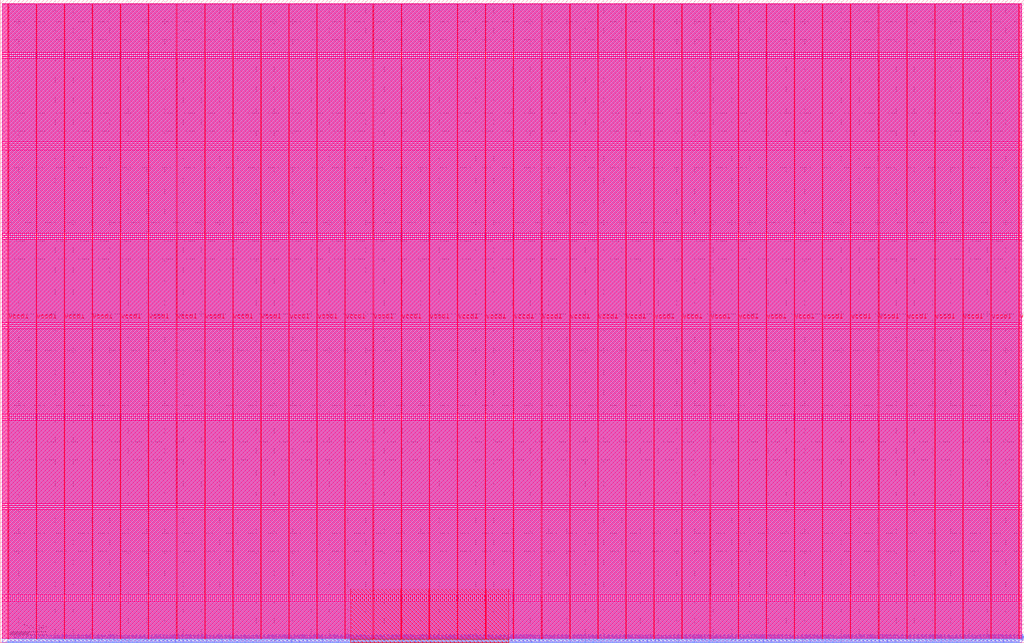
<source format=lef>
VERSION 5.7 ;
  NOWIREEXTENSIONATPIN ON ;
  DIVIDERCHAR "/" ;
  BUSBITCHARS "[]" ;
MACRO user_proj_example
  CLASS BLOCK ;
  FOREIGN user_proj_example ;
  ORIGIN 0.000 0.000 ;
  SIZE 2800.000 BY 1760.000 ;
  PIN la_data_in[0]
    DIRECTION INPUT ;
    USE SIGNAL ;
    ANTENNAGATEAREA 0.126000 ;
    PORT
      LAYER met2 ;
        RECT 56.210 0.000 56.490 4.000 ;
    END
  END la_data_in[0]
  PIN la_data_in[10]
    DIRECTION INPUT ;
    USE SIGNAL ;
    ANTENNAGATEAREA 0.126000 ;
    PORT
      LAYER met2 ;
        RECT 479.410 0.000 479.690 4.000 ;
    END
  END la_data_in[10]
  PIN la_data_in[11]
    DIRECTION INPUT ;
    USE SIGNAL ;
    ANTENNAGATEAREA 0.126000 ;
    PORT
      LAYER met2 ;
        RECT 521.730 0.000 522.010 4.000 ;
    END
  END la_data_in[11]
  PIN la_data_in[12]
    DIRECTION INPUT ;
    USE SIGNAL ;
    ANTENNAGATEAREA 0.126000 ;
    PORT
      LAYER met2 ;
        RECT 564.050 0.000 564.330 4.000 ;
    END
  END la_data_in[12]
  PIN la_data_in[13]
    DIRECTION INPUT ;
    USE SIGNAL ;
    ANTENNAGATEAREA 0.126000 ;
    PORT
      LAYER met2 ;
        RECT 606.370 0.000 606.650 4.000 ;
    END
  END la_data_in[13]
  PIN la_data_in[14]
    DIRECTION INPUT ;
    USE SIGNAL ;
    ANTENNAGATEAREA 0.126000 ;
    PORT
      LAYER met2 ;
        RECT 648.690 0.000 648.970 4.000 ;
    END
  END la_data_in[14]
  PIN la_data_in[15]
    DIRECTION INPUT ;
    USE SIGNAL ;
    ANTENNAGATEAREA 0.126000 ;
    PORT
      LAYER met2 ;
        RECT 691.010 0.000 691.290 4.000 ;
    END
  END la_data_in[15]
  PIN la_data_in[16]
    DIRECTION INPUT ;
    USE SIGNAL ;
    ANTENNAGATEAREA 0.126000 ;
    PORT
      LAYER met2 ;
        RECT 733.330 0.000 733.610 4.000 ;
    END
  END la_data_in[16]
  PIN la_data_in[17]
    DIRECTION INPUT ;
    USE SIGNAL ;
    ANTENNAGATEAREA 0.126000 ;
    PORT
      LAYER met2 ;
        RECT 775.650 0.000 775.930 4.000 ;
    END
  END la_data_in[17]
  PIN la_data_in[18]
    DIRECTION INPUT ;
    USE SIGNAL ;
    ANTENNAGATEAREA 0.126000 ;
    PORT
      LAYER met2 ;
        RECT 817.970 0.000 818.250 4.000 ;
    END
  END la_data_in[18]
  PIN la_data_in[19]
    DIRECTION INPUT ;
    USE SIGNAL ;
    ANTENNAGATEAREA 0.126000 ;
    PORT
      LAYER met2 ;
        RECT 860.290 0.000 860.570 4.000 ;
    END
  END la_data_in[19]
  PIN la_data_in[1]
    DIRECTION INPUT ;
    USE SIGNAL ;
    ANTENNAGATEAREA 0.126000 ;
    PORT
      LAYER met2 ;
        RECT 98.530 0.000 98.810 4.000 ;
    END
  END la_data_in[1]
  PIN la_data_in[20]
    DIRECTION INPUT ;
    USE SIGNAL ;
    ANTENNAGATEAREA 0.126000 ;
    PORT
      LAYER met2 ;
        RECT 902.610 0.000 902.890 4.000 ;
    END
  END la_data_in[20]
  PIN la_data_in[21]
    DIRECTION INPUT ;
    USE SIGNAL ;
    ANTENNAGATEAREA 0.126000 ;
    PORT
      LAYER met2 ;
        RECT 944.930 0.000 945.210 4.000 ;
    END
  END la_data_in[21]
  PIN la_data_in[22]
    DIRECTION INPUT ;
    USE SIGNAL ;
    ANTENNAGATEAREA 0.126000 ;
    PORT
      LAYER met2 ;
        RECT 987.250 0.000 987.530 4.000 ;
    END
  END la_data_in[22]
  PIN la_data_in[23]
    DIRECTION INPUT ;
    USE SIGNAL ;
    ANTENNAGATEAREA 0.126000 ;
    PORT
      LAYER met2 ;
        RECT 1029.570 0.000 1029.850 4.000 ;
    END
  END la_data_in[23]
  PIN la_data_in[24]
    DIRECTION INPUT ;
    USE SIGNAL ;
    ANTENNAGATEAREA 0.126000 ;
    PORT
      LAYER met2 ;
        RECT 1071.890 0.000 1072.170 4.000 ;
    END
  END la_data_in[24]
  PIN la_data_in[25]
    DIRECTION INPUT ;
    USE SIGNAL ;
    ANTENNAGATEAREA 0.126000 ;
    PORT
      LAYER met2 ;
        RECT 1114.210 0.000 1114.490 4.000 ;
    END
  END la_data_in[25]
  PIN la_data_in[26]
    DIRECTION INPUT ;
    USE SIGNAL ;
    ANTENNAGATEAREA 0.126000 ;
    PORT
      LAYER met2 ;
        RECT 1156.530 0.000 1156.810 4.000 ;
    END
  END la_data_in[26]
  PIN la_data_in[27]
    DIRECTION INPUT ;
    USE SIGNAL ;
    ANTENNAGATEAREA 0.126000 ;
    PORT
      LAYER met2 ;
        RECT 1198.850 0.000 1199.130 4.000 ;
    END
  END la_data_in[27]
  PIN la_data_in[28]
    DIRECTION INPUT ;
    USE SIGNAL ;
    ANTENNAGATEAREA 0.126000 ;
    PORT
      LAYER met2 ;
        RECT 1241.170 0.000 1241.450 4.000 ;
    END
  END la_data_in[28]
  PIN la_data_in[29]
    DIRECTION INPUT ;
    USE SIGNAL ;
    ANTENNAGATEAREA 0.126000 ;
    PORT
      LAYER met2 ;
        RECT 1283.490 0.000 1283.770 4.000 ;
    END
  END la_data_in[29]
  PIN la_data_in[2]
    DIRECTION INPUT ;
    USE SIGNAL ;
    ANTENNAGATEAREA 0.126000 ;
    PORT
      LAYER met2 ;
        RECT 140.850 0.000 141.130 4.000 ;
    END
  END la_data_in[2]
  PIN la_data_in[30]
    DIRECTION INPUT ;
    USE SIGNAL ;
    ANTENNAGATEAREA 0.126000 ;
    PORT
      LAYER met2 ;
        RECT 1325.810 0.000 1326.090 4.000 ;
    END
  END la_data_in[30]
  PIN la_data_in[31]
    DIRECTION INPUT ;
    USE SIGNAL ;
    ANTENNAGATEAREA 0.126000 ;
    PORT
      LAYER met2 ;
        RECT 1368.130 0.000 1368.410 4.000 ;
    END
  END la_data_in[31]
  PIN la_data_in[32]
    DIRECTION INPUT ;
    USE SIGNAL ;
    ANTENNAGATEAREA 0.126000 ;
    PORT
      LAYER met2 ;
        RECT 1410.450 0.000 1410.730 4.000 ;
    END
  END la_data_in[32]
  PIN la_data_in[33]
    DIRECTION INPUT ;
    USE SIGNAL ;
    ANTENNAGATEAREA 0.126000 ;
    PORT
      LAYER met2 ;
        RECT 1452.770 0.000 1453.050 4.000 ;
    END
  END la_data_in[33]
  PIN la_data_in[34]
    DIRECTION INPUT ;
    USE SIGNAL ;
    ANTENNAGATEAREA 0.126000 ;
    PORT
      LAYER met2 ;
        RECT 1473.930 0.000 1474.210 4.000 ;
    END
  END la_data_in[34]
  PIN la_data_in[35]
    DIRECTION INPUT ;
    USE SIGNAL ;
    ANTENNAGATEAREA 0.126000 ;
    PORT
      LAYER met2 ;
        RECT 1495.090 0.000 1495.370 4.000 ;
    END
  END la_data_in[35]
  PIN la_data_in[36]
    DIRECTION INPUT ;
    USE SIGNAL ;
    ANTENNAGATEAREA 0.126000 ;
    PORT
      LAYER met2 ;
        RECT 1516.250 0.000 1516.530 4.000 ;
    END
  END la_data_in[36]
  PIN la_data_in[37]
    DIRECTION INPUT ;
    USE SIGNAL ;
    ANTENNAGATEAREA 0.126000 ;
    PORT
      LAYER met2 ;
        RECT 1537.410 0.000 1537.690 4.000 ;
    END
  END la_data_in[37]
  PIN la_data_in[38]
    DIRECTION INPUT ;
    USE SIGNAL ;
    ANTENNAGATEAREA 0.126000 ;
    PORT
      LAYER met2 ;
        RECT 1558.570 0.000 1558.850 4.000 ;
    END
  END la_data_in[38]
  PIN la_data_in[39]
    DIRECTION INPUT ;
    USE SIGNAL ;
    ANTENNAGATEAREA 0.126000 ;
    PORT
      LAYER met2 ;
        RECT 1579.730 0.000 1580.010 4.000 ;
    END
  END la_data_in[39]
  PIN la_data_in[3]
    DIRECTION INPUT ;
    USE SIGNAL ;
    ANTENNAGATEAREA 0.126000 ;
    PORT
      LAYER met2 ;
        RECT 183.170 0.000 183.450 4.000 ;
    END
  END la_data_in[3]
  PIN la_data_in[40]
    DIRECTION INPUT ;
    USE SIGNAL ;
    ANTENNAGATEAREA 0.126000 ;
    PORT
      LAYER met2 ;
        RECT 1600.890 0.000 1601.170 4.000 ;
    END
  END la_data_in[40]
  PIN la_data_in[41]
    DIRECTION INPUT ;
    USE SIGNAL ;
    ANTENNAGATEAREA 0.126000 ;
    PORT
      LAYER met2 ;
        RECT 1622.050 0.000 1622.330 4.000 ;
    END
  END la_data_in[41]
  PIN la_data_in[42]
    DIRECTION INPUT ;
    USE SIGNAL ;
    ANTENNAGATEAREA 0.126000 ;
    PORT
      LAYER met2 ;
        RECT 1643.210 0.000 1643.490 4.000 ;
    END
  END la_data_in[42]
  PIN la_data_in[43]
    DIRECTION INPUT ;
    USE SIGNAL ;
    ANTENNAGATEAREA 0.126000 ;
    PORT
      LAYER met2 ;
        RECT 1664.370 0.000 1664.650 4.000 ;
    END
  END la_data_in[43]
  PIN la_data_in[44]
    DIRECTION INPUT ;
    USE SIGNAL ;
    ANTENNAGATEAREA 0.126000 ;
    PORT
      LAYER met2 ;
        RECT 1685.530 0.000 1685.810 4.000 ;
    END
  END la_data_in[44]
  PIN la_data_in[45]
    DIRECTION INPUT ;
    USE SIGNAL ;
    ANTENNAGATEAREA 0.126000 ;
    PORT
      LAYER met2 ;
        RECT 1706.690 0.000 1706.970 4.000 ;
    END
  END la_data_in[45]
  PIN la_data_in[46]
    DIRECTION INPUT ;
    USE SIGNAL ;
    ANTENNAGATEAREA 0.126000 ;
    PORT
      LAYER met2 ;
        RECT 1727.850 0.000 1728.130 4.000 ;
    END
  END la_data_in[46]
  PIN la_data_in[47]
    DIRECTION INPUT ;
    USE SIGNAL ;
    ANTENNAGATEAREA 0.126000 ;
    PORT
      LAYER met2 ;
        RECT 1749.010 0.000 1749.290 4.000 ;
    END
  END la_data_in[47]
  PIN la_data_in[48]
    DIRECTION INPUT ;
    USE SIGNAL ;
    ANTENNAGATEAREA 0.126000 ;
    PORT
      LAYER met2 ;
        RECT 1770.170 0.000 1770.450 4.000 ;
    END
  END la_data_in[48]
  PIN la_data_in[49]
    DIRECTION INPUT ;
    USE SIGNAL ;
    ANTENNAGATEAREA 0.126000 ;
    PORT
      LAYER met2 ;
        RECT 1791.330 0.000 1791.610 4.000 ;
    END
  END la_data_in[49]
  PIN la_data_in[4]
    DIRECTION INPUT ;
    USE SIGNAL ;
    ANTENNAGATEAREA 0.126000 ;
    PORT
      LAYER met2 ;
        RECT 225.490 0.000 225.770 4.000 ;
    END
  END la_data_in[4]
  PIN la_data_in[50]
    DIRECTION INPUT ;
    USE SIGNAL ;
    ANTENNAGATEAREA 0.126000 ;
    PORT
      LAYER met2 ;
        RECT 1812.490 0.000 1812.770 4.000 ;
    END
  END la_data_in[50]
  PIN la_data_in[51]
    DIRECTION INPUT ;
    USE SIGNAL ;
    ANTENNAGATEAREA 0.126000 ;
    PORT
      LAYER met2 ;
        RECT 1833.650 0.000 1833.930 4.000 ;
    END
  END la_data_in[51]
  PIN la_data_in[52]
    DIRECTION INPUT ;
    USE SIGNAL ;
    ANTENNAGATEAREA 0.126000 ;
    PORT
      LAYER met2 ;
        RECT 1854.810 0.000 1855.090 4.000 ;
    END
  END la_data_in[52]
  PIN la_data_in[53]
    DIRECTION INPUT ;
    USE SIGNAL ;
    ANTENNAGATEAREA 0.126000 ;
    PORT
      LAYER met2 ;
        RECT 1875.970 0.000 1876.250 4.000 ;
    END
  END la_data_in[53]
  PIN la_data_in[54]
    DIRECTION INPUT ;
    USE SIGNAL ;
    ANTENNAGATEAREA 0.126000 ;
    PORT
      LAYER met2 ;
        RECT 1897.130 0.000 1897.410 4.000 ;
    END
  END la_data_in[54]
  PIN la_data_in[55]
    DIRECTION INPUT ;
    USE SIGNAL ;
    ANTENNAGATEAREA 0.126000 ;
    PORT
      LAYER met2 ;
        RECT 1918.290 0.000 1918.570 4.000 ;
    END
  END la_data_in[55]
  PIN la_data_in[56]
    DIRECTION INPUT ;
    USE SIGNAL ;
    ANTENNAGATEAREA 0.126000 ;
    PORT
      LAYER met2 ;
        RECT 1939.450 0.000 1939.730 4.000 ;
    END
  END la_data_in[56]
  PIN la_data_in[57]
    DIRECTION INPUT ;
    USE SIGNAL ;
    ANTENNAGATEAREA 0.126000 ;
    PORT
      LAYER met2 ;
        RECT 1960.610 0.000 1960.890 4.000 ;
    END
  END la_data_in[57]
  PIN la_data_in[58]
    DIRECTION INPUT ;
    USE SIGNAL ;
    ANTENNAGATEAREA 0.126000 ;
    PORT
      LAYER met2 ;
        RECT 1981.770 0.000 1982.050 4.000 ;
    END
  END la_data_in[58]
  PIN la_data_in[59]
    DIRECTION INPUT ;
    USE SIGNAL ;
    ANTENNAGATEAREA 0.126000 ;
    PORT
      LAYER met2 ;
        RECT 2002.930 0.000 2003.210 4.000 ;
    END
  END la_data_in[59]
  PIN la_data_in[5]
    DIRECTION INPUT ;
    USE SIGNAL ;
    ANTENNAGATEAREA 0.126000 ;
    PORT
      LAYER met2 ;
        RECT 267.810 0.000 268.090 4.000 ;
    END
  END la_data_in[5]
  PIN la_data_in[60]
    DIRECTION INPUT ;
    USE SIGNAL ;
    ANTENNAGATEAREA 0.126000 ;
    PORT
      LAYER met2 ;
        RECT 2024.090 0.000 2024.370 4.000 ;
    END
  END la_data_in[60]
  PIN la_data_in[61]
    DIRECTION INPUT ;
    USE SIGNAL ;
    ANTENNAGATEAREA 0.126000 ;
    PORT
      LAYER met2 ;
        RECT 2045.250 0.000 2045.530 4.000 ;
    END
  END la_data_in[61]
  PIN la_data_in[62]
    DIRECTION INPUT ;
    USE SIGNAL ;
    ANTENNAGATEAREA 0.126000 ;
    PORT
      LAYER met2 ;
        RECT 2066.410 0.000 2066.690 4.000 ;
    END
  END la_data_in[62]
  PIN la_data_in[63]
    DIRECTION INPUT ;
    USE SIGNAL ;
    ANTENNAGATEAREA 0.126000 ;
    PORT
      LAYER met2 ;
        RECT 2087.570 0.000 2087.850 4.000 ;
    END
  END la_data_in[63]
  PIN la_data_in[64]
    DIRECTION INPUT ;
    USE SIGNAL ;
    ANTENNAGATEAREA 0.126000 ;
    PORT
      LAYER met2 ;
        RECT 2108.730 0.000 2109.010 4.000 ;
    END
  END la_data_in[64]
  PIN la_data_in[65]
    DIRECTION INPUT ;
    USE SIGNAL ;
    ANTENNAGATEAREA 0.126000 ;
    PORT
      LAYER met2 ;
        RECT 2129.890 0.000 2130.170 4.000 ;
    END
  END la_data_in[65]
  PIN la_data_in[66]
    DIRECTION INPUT ;
    USE SIGNAL ;
    ANTENNAGATEAREA 0.126000 ;
    PORT
      LAYER met2 ;
        RECT 2151.050 0.000 2151.330 4.000 ;
    END
  END la_data_in[66]
  PIN la_data_in[67]
    DIRECTION INPUT ;
    USE SIGNAL ;
    ANTENNAGATEAREA 0.126000 ;
    PORT
      LAYER met2 ;
        RECT 2172.210 0.000 2172.490 4.000 ;
    END
  END la_data_in[67]
  PIN la_data_in[68]
    DIRECTION INPUT ;
    USE SIGNAL ;
    ANTENNAGATEAREA 0.126000 ;
    PORT
      LAYER met2 ;
        RECT 2193.370 0.000 2193.650 4.000 ;
    END
  END la_data_in[68]
  PIN la_data_in[69]
    DIRECTION INPUT ;
    USE SIGNAL ;
    ANTENNAGATEAREA 0.126000 ;
    PORT
      LAYER met2 ;
        RECT 2214.530 0.000 2214.810 4.000 ;
    END
  END la_data_in[69]
  PIN la_data_in[6]
    DIRECTION INPUT ;
    USE SIGNAL ;
    ANTENNAGATEAREA 0.126000 ;
    PORT
      LAYER met2 ;
        RECT 310.130 0.000 310.410 4.000 ;
    END
  END la_data_in[6]
  PIN la_data_in[70]
    DIRECTION INPUT ;
    USE SIGNAL ;
    ANTENNAGATEAREA 0.126000 ;
    PORT
      LAYER met2 ;
        RECT 2235.690 0.000 2235.970 4.000 ;
    END
  END la_data_in[70]
  PIN la_data_in[71]
    DIRECTION INPUT ;
    USE SIGNAL ;
    ANTENNAGATEAREA 0.126000 ;
    PORT
      LAYER met2 ;
        RECT 2256.850 0.000 2257.130 4.000 ;
    END
  END la_data_in[71]
  PIN la_data_in[72]
    DIRECTION INPUT ;
    USE SIGNAL ;
    ANTENNAGATEAREA 0.126000 ;
    PORT
      LAYER met2 ;
        RECT 2278.010 0.000 2278.290 4.000 ;
    END
  END la_data_in[72]
  PIN la_data_in[73]
    DIRECTION INPUT ;
    USE SIGNAL ;
    ANTENNAGATEAREA 0.126000 ;
    PORT
      LAYER met2 ;
        RECT 2299.170 0.000 2299.450 4.000 ;
    END
  END la_data_in[73]
  PIN la_data_in[74]
    DIRECTION INPUT ;
    USE SIGNAL ;
    ANTENNAGATEAREA 0.126000 ;
    PORT
      LAYER met2 ;
        RECT 2320.330 0.000 2320.610 4.000 ;
    END
  END la_data_in[74]
  PIN la_data_in[75]
    DIRECTION INPUT ;
    USE SIGNAL ;
    ANTENNAGATEAREA 0.126000 ;
    PORT
      LAYER met2 ;
        RECT 2341.490 0.000 2341.770 4.000 ;
    END
  END la_data_in[75]
  PIN la_data_in[76]
    DIRECTION INPUT ;
    USE SIGNAL ;
    ANTENNAGATEAREA 0.126000 ;
    PORT
      LAYER met2 ;
        RECT 2362.650 0.000 2362.930 4.000 ;
    END
  END la_data_in[76]
  PIN la_data_in[77]
    DIRECTION INPUT ;
    USE SIGNAL ;
    ANTENNAGATEAREA 0.126000 ;
    PORT
      LAYER met2 ;
        RECT 2383.810 0.000 2384.090 4.000 ;
    END
  END la_data_in[77]
  PIN la_data_in[78]
    DIRECTION INPUT ;
    USE SIGNAL ;
    ANTENNAGATEAREA 0.126000 ;
    PORT
      LAYER met2 ;
        RECT 2404.970 0.000 2405.250 4.000 ;
    END
  END la_data_in[78]
  PIN la_data_in[79]
    DIRECTION INPUT ;
    USE SIGNAL ;
    ANTENNAGATEAREA 0.126000 ;
    PORT
      LAYER met2 ;
        RECT 2426.130 0.000 2426.410 4.000 ;
    END
  END la_data_in[79]
  PIN la_data_in[7]
    DIRECTION INPUT ;
    USE SIGNAL ;
    ANTENNAGATEAREA 0.126000 ;
    PORT
      LAYER met2 ;
        RECT 352.450 0.000 352.730 4.000 ;
    END
  END la_data_in[7]
  PIN la_data_in[80]
    DIRECTION INPUT ;
    USE SIGNAL ;
    ANTENNAGATEAREA 0.126000 ;
    PORT
      LAYER met2 ;
        RECT 2447.290 0.000 2447.570 4.000 ;
    END
  END la_data_in[80]
  PIN la_data_in[81]
    DIRECTION INPUT ;
    USE SIGNAL ;
    ANTENNAGATEAREA 0.126000 ;
    PORT
      LAYER met2 ;
        RECT 2468.450 0.000 2468.730 4.000 ;
    END
  END la_data_in[81]
  PIN la_data_in[82]
    DIRECTION INPUT ;
    USE SIGNAL ;
    ANTENNAGATEAREA 0.126000 ;
    PORT
      LAYER met2 ;
        RECT 2489.610 0.000 2489.890 4.000 ;
    END
  END la_data_in[82]
  PIN la_data_in[83]
    DIRECTION INPUT ;
    USE SIGNAL ;
    ANTENNAGATEAREA 0.126000 ;
    PORT
      LAYER met2 ;
        RECT 2510.770 0.000 2511.050 4.000 ;
    END
  END la_data_in[83]
  PIN la_data_in[84]
    DIRECTION INPUT ;
    USE SIGNAL ;
    ANTENNAGATEAREA 0.126000 ;
    PORT
      LAYER met2 ;
        RECT 2531.930 0.000 2532.210 4.000 ;
    END
  END la_data_in[84]
  PIN la_data_in[85]
    DIRECTION INPUT ;
    USE SIGNAL ;
    ANTENNAGATEAREA 0.126000 ;
    PORT
      LAYER met2 ;
        RECT 2553.090 0.000 2553.370 4.000 ;
    END
  END la_data_in[85]
  PIN la_data_in[86]
    DIRECTION INPUT ;
    USE SIGNAL ;
    ANTENNAGATEAREA 0.126000 ;
    PORT
      LAYER met2 ;
        RECT 2574.250 0.000 2574.530 4.000 ;
    END
  END la_data_in[86]
  PIN la_data_in[87]
    DIRECTION INPUT ;
    USE SIGNAL ;
    ANTENNAGATEAREA 0.126000 ;
    PORT
      LAYER met2 ;
        RECT 2595.410 0.000 2595.690 4.000 ;
    END
  END la_data_in[87]
  PIN la_data_in[88]
    DIRECTION INPUT ;
    USE SIGNAL ;
    ANTENNAGATEAREA 0.126000 ;
    PORT
      LAYER met2 ;
        RECT 2616.570 0.000 2616.850 4.000 ;
    END
  END la_data_in[88]
  PIN la_data_in[89]
    DIRECTION INPUT ;
    USE SIGNAL ;
    ANTENNAGATEAREA 0.126000 ;
    PORT
      LAYER met2 ;
        RECT 2637.730 0.000 2638.010 4.000 ;
    END
  END la_data_in[89]
  PIN la_data_in[8]
    DIRECTION INPUT ;
    USE SIGNAL ;
    ANTENNAGATEAREA 0.126000 ;
    PORT
      LAYER met2 ;
        RECT 394.770 0.000 395.050 4.000 ;
    END
  END la_data_in[8]
  PIN la_data_in[90]
    DIRECTION INPUT ;
    USE SIGNAL ;
    ANTENNAGATEAREA 0.126000 ;
    PORT
      LAYER met2 ;
        RECT 2658.890 0.000 2659.170 4.000 ;
    END
  END la_data_in[90]
  PIN la_data_in[91]
    DIRECTION INPUT ;
    USE SIGNAL ;
    ANTENNAGATEAREA 0.126000 ;
    PORT
      LAYER met2 ;
        RECT 2680.050 0.000 2680.330 4.000 ;
    END
  END la_data_in[91]
  PIN la_data_in[92]
    DIRECTION INPUT ;
    USE SIGNAL ;
    ANTENNAGATEAREA 0.126000 ;
    PORT
      LAYER met2 ;
        RECT 2701.210 0.000 2701.490 4.000 ;
    END
  END la_data_in[92]
  PIN la_data_in[93]
    DIRECTION INPUT ;
    USE SIGNAL ;
    ANTENNAGATEAREA 0.126000 ;
    PORT
      LAYER met2 ;
        RECT 2722.370 0.000 2722.650 4.000 ;
    END
  END la_data_in[93]
  PIN la_data_in[94]
    DIRECTION INPUT ;
    USE SIGNAL ;
    ANTENNAGATEAREA 0.126000 ;
    PORT
      LAYER met2 ;
        RECT 2743.530 0.000 2743.810 4.000 ;
    END
  END la_data_in[94]
  PIN la_data_in[95]
    DIRECTION INPUT ;
    USE SIGNAL ;
    ANTENNAGATEAREA 0.126000 ;
    PORT
      LAYER met2 ;
        RECT 2764.690 0.000 2764.970 4.000 ;
    END
  END la_data_in[95]
  PIN la_data_in[9]
    DIRECTION INPUT ;
    USE SIGNAL ;
    ANTENNAGATEAREA 0.126000 ;
    PORT
      LAYER met2 ;
        RECT 437.090 0.000 437.370 4.000 ;
    END
  END la_data_in[9]
  PIN la_data_out[0]
    DIRECTION OUTPUT TRISTATE ;
    USE SIGNAL ;
    ANTENNADIFFAREA 2.673000 ;
    PORT
      LAYER met2 ;
        RECT 77.370 0.000 77.650 4.000 ;
    END
  END la_data_out[0]
  PIN la_data_out[10]
    DIRECTION OUTPUT TRISTATE ;
    USE SIGNAL ;
    ANTENNADIFFAREA 2.673000 ;
    PORT
      LAYER met2 ;
        RECT 500.570 0.000 500.850 4.000 ;
    END
  END la_data_out[10]
  PIN la_data_out[11]
    DIRECTION OUTPUT TRISTATE ;
    USE SIGNAL ;
    ANTENNADIFFAREA 2.673000 ;
    PORT
      LAYER met2 ;
        RECT 542.890 0.000 543.170 4.000 ;
    END
  END la_data_out[11]
  PIN la_data_out[12]
    DIRECTION OUTPUT TRISTATE ;
    USE SIGNAL ;
    ANTENNADIFFAREA 2.673000 ;
    PORT
      LAYER met2 ;
        RECT 585.210 0.000 585.490 4.000 ;
    END
  END la_data_out[12]
  PIN la_data_out[13]
    DIRECTION OUTPUT TRISTATE ;
    USE SIGNAL ;
    ANTENNADIFFAREA 2.673000 ;
    PORT
      LAYER met2 ;
        RECT 627.530 0.000 627.810 4.000 ;
    END
  END la_data_out[13]
  PIN la_data_out[14]
    DIRECTION OUTPUT TRISTATE ;
    USE SIGNAL ;
    ANTENNADIFFAREA 2.673000 ;
    PORT
      LAYER met2 ;
        RECT 669.850 0.000 670.130 4.000 ;
    END
  END la_data_out[14]
  PIN la_data_out[15]
    DIRECTION OUTPUT TRISTATE ;
    USE SIGNAL ;
    ANTENNADIFFAREA 2.673000 ;
    PORT
      LAYER met2 ;
        RECT 712.170 0.000 712.450 4.000 ;
    END
  END la_data_out[15]
  PIN la_data_out[16]
    DIRECTION OUTPUT TRISTATE ;
    USE SIGNAL ;
    ANTENNADIFFAREA 2.673000 ;
    PORT
      LAYER met2 ;
        RECT 754.490 0.000 754.770 4.000 ;
    END
  END la_data_out[16]
  PIN la_data_out[17]
    DIRECTION OUTPUT TRISTATE ;
    USE SIGNAL ;
    ANTENNADIFFAREA 2.673000 ;
    PORT
      LAYER met2 ;
        RECT 796.810 0.000 797.090 4.000 ;
    END
  END la_data_out[17]
  PIN la_data_out[18]
    DIRECTION OUTPUT TRISTATE ;
    USE SIGNAL ;
    ANTENNADIFFAREA 2.673000 ;
    PORT
      LAYER met2 ;
        RECT 839.130 0.000 839.410 4.000 ;
    END
  END la_data_out[18]
  PIN la_data_out[19]
    DIRECTION OUTPUT TRISTATE ;
    USE SIGNAL ;
    ANTENNADIFFAREA 2.673000 ;
    PORT
      LAYER met2 ;
        RECT 881.450 0.000 881.730 4.000 ;
    END
  END la_data_out[19]
  PIN la_data_out[1]
    DIRECTION OUTPUT TRISTATE ;
    USE SIGNAL ;
    ANTENNADIFFAREA 2.673000 ;
    PORT
      LAYER met2 ;
        RECT 119.690 0.000 119.970 4.000 ;
    END
  END la_data_out[1]
  PIN la_data_out[20]
    DIRECTION OUTPUT TRISTATE ;
    USE SIGNAL ;
    ANTENNADIFFAREA 2.673000 ;
    PORT
      LAYER met2 ;
        RECT 923.770 0.000 924.050 4.000 ;
    END
  END la_data_out[20]
  PIN la_data_out[21]
    DIRECTION OUTPUT TRISTATE ;
    USE SIGNAL ;
    ANTENNADIFFAREA 2.673000 ;
    PORT
      LAYER met2 ;
        RECT 966.090 0.000 966.370 4.000 ;
    END
  END la_data_out[21]
  PIN la_data_out[22]
    DIRECTION OUTPUT TRISTATE ;
    USE SIGNAL ;
    ANTENNADIFFAREA 2.673000 ;
    PORT
      LAYER met2 ;
        RECT 1008.410 0.000 1008.690 4.000 ;
    END
  END la_data_out[22]
  PIN la_data_out[23]
    DIRECTION OUTPUT TRISTATE ;
    USE SIGNAL ;
    ANTENNADIFFAREA 2.673000 ;
    PORT
      LAYER met2 ;
        RECT 1050.730 0.000 1051.010 4.000 ;
    END
  END la_data_out[23]
  PIN la_data_out[24]
    DIRECTION OUTPUT TRISTATE ;
    USE SIGNAL ;
    ANTENNADIFFAREA 2.673000 ;
    PORT
      LAYER met2 ;
        RECT 1093.050 0.000 1093.330 4.000 ;
    END
  END la_data_out[24]
  PIN la_data_out[25]
    DIRECTION OUTPUT TRISTATE ;
    USE SIGNAL ;
    ANTENNADIFFAREA 2.673000 ;
    PORT
      LAYER met2 ;
        RECT 1135.370 0.000 1135.650 4.000 ;
    END
  END la_data_out[25]
  PIN la_data_out[26]
    DIRECTION OUTPUT TRISTATE ;
    USE SIGNAL ;
    ANTENNADIFFAREA 2.673000 ;
    PORT
      LAYER met2 ;
        RECT 1177.690 0.000 1177.970 4.000 ;
    END
  END la_data_out[26]
  PIN la_data_out[27]
    DIRECTION OUTPUT TRISTATE ;
    USE SIGNAL ;
    ANTENNADIFFAREA 2.673000 ;
    PORT
      LAYER met2 ;
        RECT 1220.010 0.000 1220.290 4.000 ;
    END
  END la_data_out[27]
  PIN la_data_out[28]
    DIRECTION OUTPUT TRISTATE ;
    USE SIGNAL ;
    ANTENNADIFFAREA 2.673000 ;
    PORT
      LAYER met2 ;
        RECT 1262.330 0.000 1262.610 4.000 ;
    END
  END la_data_out[28]
  PIN la_data_out[29]
    DIRECTION OUTPUT TRISTATE ;
    USE SIGNAL ;
    ANTENNADIFFAREA 2.673000 ;
    PORT
      LAYER met2 ;
        RECT 1304.650 0.000 1304.930 4.000 ;
    END
  END la_data_out[29]
  PIN la_data_out[2]
    DIRECTION OUTPUT TRISTATE ;
    USE SIGNAL ;
    ANTENNADIFFAREA 2.673000 ;
    PORT
      LAYER met2 ;
        RECT 162.010 0.000 162.290 4.000 ;
    END
  END la_data_out[2]
  PIN la_data_out[30]
    DIRECTION OUTPUT TRISTATE ;
    USE SIGNAL ;
    ANTENNADIFFAREA 2.673000 ;
    PORT
      LAYER met2 ;
        RECT 1346.970 0.000 1347.250 4.000 ;
    END
  END la_data_out[30]
  PIN la_data_out[31]
    DIRECTION OUTPUT TRISTATE ;
    USE SIGNAL ;
    ANTENNADIFFAREA 2.673000 ;
    PORT
      LAYER met2 ;
        RECT 1389.290 0.000 1389.570 4.000 ;
    END
  END la_data_out[31]
  PIN la_data_out[32]
    DIRECTION OUTPUT TRISTATE ;
    USE SIGNAL ;
    ANTENNADIFFAREA 2.673000 ;
    PORT
      LAYER met2 ;
        RECT 1431.610 0.000 1431.890 4.000 ;
    END
  END la_data_out[32]
  PIN la_data_out[3]
    DIRECTION OUTPUT TRISTATE ;
    USE SIGNAL ;
    ANTENNADIFFAREA 2.673000 ;
    PORT
      LAYER met2 ;
        RECT 204.330 0.000 204.610 4.000 ;
    END
  END la_data_out[3]
  PIN la_data_out[4]
    DIRECTION OUTPUT TRISTATE ;
    USE SIGNAL ;
    ANTENNADIFFAREA 2.673000 ;
    PORT
      LAYER met2 ;
        RECT 246.650 0.000 246.930 4.000 ;
    END
  END la_data_out[4]
  PIN la_data_out[5]
    DIRECTION OUTPUT TRISTATE ;
    USE SIGNAL ;
    ANTENNADIFFAREA 2.673000 ;
    PORT
      LAYER met2 ;
        RECT 288.970 0.000 289.250 4.000 ;
    END
  END la_data_out[5]
  PIN la_data_out[6]
    DIRECTION OUTPUT TRISTATE ;
    USE SIGNAL ;
    ANTENNADIFFAREA 2.673000 ;
    PORT
      LAYER met2 ;
        RECT 331.290 0.000 331.570 4.000 ;
    END
  END la_data_out[6]
  PIN la_data_out[7]
    DIRECTION OUTPUT TRISTATE ;
    USE SIGNAL ;
    ANTENNADIFFAREA 2.673000 ;
    PORT
      LAYER met2 ;
        RECT 373.610 0.000 373.890 4.000 ;
    END
  END la_data_out[7]
  PIN la_data_out[8]
    DIRECTION OUTPUT TRISTATE ;
    USE SIGNAL ;
    ANTENNADIFFAREA 2.673000 ;
    PORT
      LAYER met2 ;
        RECT 415.930 0.000 416.210 4.000 ;
    END
  END la_data_out[8]
  PIN la_data_out[9]
    DIRECTION OUTPUT TRISTATE ;
    USE SIGNAL ;
    ANTENNADIFFAREA 2.673000 ;
    PORT
      LAYER met2 ;
        RECT 458.250 0.000 458.530 4.000 ;
    END
  END la_data_out[9]
  PIN vccd1
    DIRECTION INOUT ;
    USE POWER ;
    PORT
      LAYER met4 ;
        RECT 21.040 10.640 22.640 1749.200 ;
    END
    PORT
      LAYER met4 ;
        RECT 174.640 10.640 176.240 1749.200 ;
    END
    PORT
      LAYER met4 ;
        RECT 328.240 10.640 329.840 1749.200 ;
    END
    PORT
      LAYER met4 ;
        RECT 481.840 10.640 483.440 1749.200 ;
    END
    PORT
      LAYER met4 ;
        RECT 635.440 10.640 637.040 1749.200 ;
    END
    PORT
      LAYER met4 ;
        RECT 789.040 10.640 790.640 1749.200 ;
    END
    PORT
      LAYER met4 ;
        RECT 942.640 10.640 944.240 1749.200 ;
    END
    PORT
      LAYER met4 ;
        RECT 1096.240 10.640 1097.840 1749.200 ;
    END
    PORT
      LAYER met4 ;
        RECT 1249.840 10.640 1251.440 1749.200 ;
    END
    PORT
      LAYER met4 ;
        RECT 1403.440 10.640 1405.040 1749.200 ;
    END
    PORT
      LAYER met4 ;
        RECT 1557.040 10.640 1558.640 1749.200 ;
    END
    PORT
      LAYER met4 ;
        RECT 1710.640 10.640 1712.240 1749.200 ;
    END
    PORT
      LAYER met4 ;
        RECT 1864.240 10.640 1865.840 1749.200 ;
    END
    PORT
      LAYER met4 ;
        RECT 2017.840 10.640 2019.440 1749.200 ;
    END
    PORT
      LAYER met4 ;
        RECT 2171.440 10.640 2173.040 1749.200 ;
    END
    PORT
      LAYER met4 ;
        RECT 2325.040 10.640 2326.640 1749.200 ;
    END
    PORT
      LAYER met4 ;
        RECT 2478.640 10.640 2480.240 1749.200 ;
    END
    PORT
      LAYER met4 ;
        RECT 2632.240 10.640 2633.840 1749.200 ;
    END
    PORT
      LAYER met4 ;
        RECT 2785.840 10.640 2787.440 1749.200 ;
    END
  END vccd1
  PIN vssd1
    DIRECTION INOUT ;
    USE GROUND ;
    PORT
      LAYER met4 ;
        RECT 97.840 10.640 99.440 1749.200 ;
    END
    PORT
      LAYER met4 ;
        RECT 251.440 10.640 253.040 1749.200 ;
    END
    PORT
      LAYER met4 ;
        RECT 405.040 10.640 406.640 1749.200 ;
    END
    PORT
      LAYER met4 ;
        RECT 558.640 10.640 560.240 1749.200 ;
    END
    PORT
      LAYER met4 ;
        RECT 712.240 10.640 713.840 1749.200 ;
    END
    PORT
      LAYER met4 ;
        RECT 865.840 10.640 867.440 1749.200 ;
    END
    PORT
      LAYER met4 ;
        RECT 1019.440 10.640 1021.040 1749.200 ;
    END
    PORT
      LAYER met4 ;
        RECT 1173.040 10.640 1174.640 1749.200 ;
    END
    PORT
      LAYER met4 ;
        RECT 1326.640 10.640 1328.240 1749.200 ;
    END
    PORT
      LAYER met4 ;
        RECT 1480.240 10.640 1481.840 1749.200 ;
    END
    PORT
      LAYER met4 ;
        RECT 1633.840 10.640 1635.440 1749.200 ;
    END
    PORT
      LAYER met4 ;
        RECT 1787.440 10.640 1789.040 1749.200 ;
    END
    PORT
      LAYER met4 ;
        RECT 1941.040 10.640 1942.640 1749.200 ;
    END
    PORT
      LAYER met4 ;
        RECT 2094.640 10.640 2096.240 1749.200 ;
    END
    PORT
      LAYER met4 ;
        RECT 2248.240 10.640 2249.840 1749.200 ;
    END
    PORT
      LAYER met4 ;
        RECT 2401.840 10.640 2403.440 1749.200 ;
    END
    PORT
      LAYER met4 ;
        RECT 2555.440 10.640 2557.040 1749.200 ;
    END
    PORT
      LAYER met4 ;
        RECT 2709.040 10.640 2710.640 1749.200 ;
    END
  END vssd1
  PIN wb_clk_i
    DIRECTION INPUT ;
    USE SIGNAL ;
    ANTENNAGATEAREA 0.852000 ;
    PORT
      LAYER met2 ;
        RECT 35.050 0.000 35.330 4.000 ;
    END
  END wb_clk_i
  OBS
      LAYER nwell ;
        RECT 5.330 1747.545 2794.230 1749.150 ;
        RECT 5.330 1742.105 2794.230 1744.935 ;
        RECT 5.330 1736.665 2794.230 1739.495 ;
        RECT 5.330 1731.225 2794.230 1734.055 ;
        RECT 5.330 1725.785 2794.230 1728.615 ;
        RECT 5.330 1720.345 2794.230 1723.175 ;
        RECT 5.330 1714.905 2794.230 1717.735 ;
        RECT 5.330 1709.465 2794.230 1712.295 ;
        RECT 5.330 1704.025 2794.230 1706.855 ;
        RECT 5.330 1698.585 2794.230 1701.415 ;
        RECT 5.330 1693.145 2794.230 1695.975 ;
        RECT 5.330 1687.705 2794.230 1690.535 ;
        RECT 5.330 1682.265 2794.230 1685.095 ;
        RECT 5.330 1676.825 2794.230 1679.655 ;
        RECT 5.330 1671.385 2794.230 1674.215 ;
        RECT 5.330 1665.945 2794.230 1668.775 ;
        RECT 5.330 1660.505 2794.230 1663.335 ;
        RECT 5.330 1655.065 2794.230 1657.895 ;
        RECT 5.330 1649.625 2794.230 1652.455 ;
        RECT 5.330 1644.185 2794.230 1647.015 ;
        RECT 5.330 1638.745 2794.230 1641.575 ;
        RECT 5.330 1633.305 2794.230 1636.135 ;
        RECT 5.330 1627.865 2794.230 1630.695 ;
        RECT 5.330 1622.425 2794.230 1625.255 ;
        RECT 5.330 1616.985 2794.230 1619.815 ;
        RECT 5.330 1611.545 2794.230 1614.375 ;
        RECT 5.330 1606.105 2794.230 1608.935 ;
        RECT 5.330 1600.665 2794.230 1603.495 ;
        RECT 5.330 1595.225 2794.230 1598.055 ;
        RECT 5.330 1589.785 2794.230 1592.615 ;
        RECT 5.330 1584.345 2794.230 1587.175 ;
        RECT 5.330 1578.905 2794.230 1581.735 ;
        RECT 5.330 1573.465 2794.230 1576.295 ;
        RECT 5.330 1568.025 2794.230 1570.855 ;
        RECT 5.330 1562.585 2794.230 1565.415 ;
        RECT 5.330 1557.145 2794.230 1559.975 ;
        RECT 5.330 1551.705 2794.230 1554.535 ;
        RECT 5.330 1546.265 2794.230 1549.095 ;
        RECT 5.330 1540.825 2794.230 1543.655 ;
        RECT 5.330 1535.385 2794.230 1538.215 ;
        RECT 5.330 1529.945 2794.230 1532.775 ;
        RECT 5.330 1524.505 2794.230 1527.335 ;
        RECT 5.330 1519.065 2794.230 1521.895 ;
        RECT 5.330 1513.625 2794.230 1516.455 ;
        RECT 5.330 1508.185 2794.230 1511.015 ;
        RECT 5.330 1502.745 2794.230 1505.575 ;
        RECT 5.330 1497.305 2794.230 1500.135 ;
        RECT 5.330 1491.865 2794.230 1494.695 ;
        RECT 5.330 1486.425 2794.230 1489.255 ;
        RECT 5.330 1480.985 2794.230 1483.815 ;
        RECT 5.330 1475.545 2794.230 1478.375 ;
        RECT 5.330 1470.105 2794.230 1472.935 ;
        RECT 5.330 1464.665 2794.230 1467.495 ;
        RECT 5.330 1459.225 2794.230 1462.055 ;
        RECT 5.330 1453.785 2794.230 1456.615 ;
        RECT 5.330 1448.345 2794.230 1451.175 ;
        RECT 5.330 1442.905 2794.230 1445.735 ;
        RECT 5.330 1437.465 2794.230 1440.295 ;
        RECT 5.330 1432.025 2794.230 1434.855 ;
        RECT 5.330 1426.585 2794.230 1429.415 ;
        RECT 5.330 1421.145 2794.230 1423.975 ;
        RECT 5.330 1415.705 2794.230 1418.535 ;
        RECT 5.330 1410.265 2794.230 1413.095 ;
        RECT 5.330 1404.825 2794.230 1407.655 ;
        RECT 5.330 1399.385 2794.230 1402.215 ;
        RECT 5.330 1393.945 2794.230 1396.775 ;
        RECT 5.330 1388.505 2794.230 1391.335 ;
        RECT 5.330 1383.065 2794.230 1385.895 ;
        RECT 5.330 1377.625 2794.230 1380.455 ;
        RECT 5.330 1372.185 2794.230 1375.015 ;
        RECT 5.330 1366.745 2794.230 1369.575 ;
        RECT 5.330 1361.305 2794.230 1364.135 ;
        RECT 5.330 1355.865 2794.230 1358.695 ;
        RECT 5.330 1350.425 2794.230 1353.255 ;
        RECT 5.330 1344.985 2794.230 1347.815 ;
        RECT 5.330 1339.545 2794.230 1342.375 ;
        RECT 5.330 1334.105 2794.230 1336.935 ;
        RECT 5.330 1328.665 2794.230 1331.495 ;
        RECT 5.330 1323.225 2794.230 1326.055 ;
        RECT 5.330 1317.785 2794.230 1320.615 ;
        RECT 5.330 1312.345 2794.230 1315.175 ;
        RECT 5.330 1306.905 2794.230 1309.735 ;
        RECT 5.330 1301.465 2794.230 1304.295 ;
        RECT 5.330 1296.025 2794.230 1298.855 ;
        RECT 5.330 1290.585 2794.230 1293.415 ;
        RECT 5.330 1285.145 2794.230 1287.975 ;
        RECT 5.330 1279.705 2794.230 1282.535 ;
        RECT 5.330 1274.265 2794.230 1277.095 ;
        RECT 5.330 1268.825 2794.230 1271.655 ;
        RECT 5.330 1263.385 2794.230 1266.215 ;
        RECT 5.330 1257.945 2794.230 1260.775 ;
        RECT 5.330 1252.505 2794.230 1255.335 ;
        RECT 5.330 1247.065 2794.230 1249.895 ;
        RECT 5.330 1241.625 2794.230 1244.455 ;
        RECT 5.330 1236.185 2794.230 1239.015 ;
        RECT 5.330 1230.745 2794.230 1233.575 ;
        RECT 5.330 1225.305 2794.230 1228.135 ;
        RECT 5.330 1219.865 2794.230 1222.695 ;
        RECT 5.330 1214.425 2794.230 1217.255 ;
        RECT 5.330 1208.985 2794.230 1211.815 ;
        RECT 5.330 1203.545 2794.230 1206.375 ;
        RECT 5.330 1198.105 2794.230 1200.935 ;
        RECT 5.330 1192.665 2794.230 1195.495 ;
        RECT 5.330 1187.225 2794.230 1190.055 ;
        RECT 5.330 1181.785 2794.230 1184.615 ;
        RECT 5.330 1176.345 2794.230 1179.175 ;
        RECT 5.330 1170.905 2794.230 1173.735 ;
        RECT 5.330 1165.465 2794.230 1168.295 ;
        RECT 5.330 1160.025 2794.230 1162.855 ;
        RECT 5.330 1154.585 2794.230 1157.415 ;
        RECT 5.330 1149.145 2794.230 1151.975 ;
        RECT 5.330 1143.705 2794.230 1146.535 ;
        RECT 5.330 1138.265 2794.230 1141.095 ;
        RECT 5.330 1132.825 2794.230 1135.655 ;
        RECT 5.330 1127.385 2794.230 1130.215 ;
        RECT 5.330 1121.945 2794.230 1124.775 ;
        RECT 5.330 1116.505 2794.230 1119.335 ;
        RECT 5.330 1111.065 2794.230 1113.895 ;
        RECT 5.330 1105.625 2794.230 1108.455 ;
        RECT 5.330 1100.185 2794.230 1103.015 ;
        RECT 5.330 1094.745 2794.230 1097.575 ;
        RECT 5.330 1089.305 2794.230 1092.135 ;
        RECT 5.330 1083.865 2794.230 1086.695 ;
        RECT 5.330 1078.425 2794.230 1081.255 ;
        RECT 5.330 1072.985 2794.230 1075.815 ;
        RECT 5.330 1067.545 2794.230 1070.375 ;
        RECT 5.330 1062.105 2794.230 1064.935 ;
        RECT 5.330 1056.665 2794.230 1059.495 ;
        RECT 5.330 1051.225 2794.230 1054.055 ;
        RECT 5.330 1045.785 2794.230 1048.615 ;
        RECT 5.330 1040.345 2794.230 1043.175 ;
        RECT 5.330 1034.905 2794.230 1037.735 ;
        RECT 5.330 1029.465 2794.230 1032.295 ;
        RECT 5.330 1024.025 2794.230 1026.855 ;
        RECT 5.330 1018.585 2794.230 1021.415 ;
        RECT 5.330 1013.145 2794.230 1015.975 ;
        RECT 5.330 1007.705 2794.230 1010.535 ;
        RECT 5.330 1002.265 2794.230 1005.095 ;
        RECT 5.330 996.825 2794.230 999.655 ;
        RECT 5.330 991.385 2794.230 994.215 ;
        RECT 5.330 985.945 2794.230 988.775 ;
        RECT 5.330 980.505 2794.230 983.335 ;
        RECT 5.330 975.065 2794.230 977.895 ;
        RECT 5.330 969.625 2794.230 972.455 ;
        RECT 5.330 964.185 2794.230 967.015 ;
        RECT 5.330 958.745 2794.230 961.575 ;
        RECT 5.330 953.305 2794.230 956.135 ;
        RECT 5.330 947.865 2794.230 950.695 ;
        RECT 5.330 942.425 2794.230 945.255 ;
        RECT 5.330 936.985 2794.230 939.815 ;
        RECT 5.330 931.545 2794.230 934.375 ;
        RECT 5.330 926.105 2794.230 928.935 ;
        RECT 5.330 920.665 2794.230 923.495 ;
        RECT 5.330 915.225 2794.230 918.055 ;
        RECT 5.330 909.785 2794.230 912.615 ;
        RECT 5.330 904.345 2794.230 907.175 ;
        RECT 5.330 898.905 2794.230 901.735 ;
        RECT 5.330 893.465 2794.230 896.295 ;
        RECT 5.330 888.025 2794.230 890.855 ;
        RECT 5.330 882.585 2794.230 885.415 ;
        RECT 5.330 877.145 2794.230 879.975 ;
        RECT 5.330 871.705 2794.230 874.535 ;
        RECT 5.330 866.265 2794.230 869.095 ;
        RECT 5.330 860.825 2794.230 863.655 ;
        RECT 5.330 855.385 2794.230 858.215 ;
        RECT 5.330 849.945 2794.230 852.775 ;
        RECT 5.330 844.505 2794.230 847.335 ;
        RECT 5.330 839.065 2794.230 841.895 ;
        RECT 5.330 833.625 2794.230 836.455 ;
        RECT 5.330 828.185 2794.230 831.015 ;
        RECT 5.330 822.745 2794.230 825.575 ;
        RECT 5.330 817.305 2794.230 820.135 ;
        RECT 5.330 811.865 2794.230 814.695 ;
        RECT 5.330 806.425 2794.230 809.255 ;
        RECT 5.330 800.985 2794.230 803.815 ;
        RECT 5.330 795.545 2794.230 798.375 ;
        RECT 5.330 790.105 2794.230 792.935 ;
        RECT 5.330 784.665 2794.230 787.495 ;
        RECT 5.330 779.225 2794.230 782.055 ;
        RECT 5.330 773.785 2794.230 776.615 ;
        RECT 5.330 768.345 2794.230 771.175 ;
        RECT 5.330 762.905 2794.230 765.735 ;
        RECT 5.330 757.465 2794.230 760.295 ;
        RECT 5.330 752.025 2794.230 754.855 ;
        RECT 5.330 746.585 2794.230 749.415 ;
        RECT 5.330 741.145 2794.230 743.975 ;
        RECT 5.330 735.705 2794.230 738.535 ;
        RECT 5.330 730.265 2794.230 733.095 ;
        RECT 5.330 724.825 2794.230 727.655 ;
        RECT 5.330 719.385 2794.230 722.215 ;
        RECT 5.330 713.945 2794.230 716.775 ;
        RECT 5.330 708.505 2794.230 711.335 ;
        RECT 5.330 703.065 2794.230 705.895 ;
        RECT 5.330 697.625 2794.230 700.455 ;
        RECT 5.330 692.185 2794.230 695.015 ;
        RECT 5.330 686.745 2794.230 689.575 ;
        RECT 5.330 681.305 2794.230 684.135 ;
        RECT 5.330 675.865 2794.230 678.695 ;
        RECT 5.330 670.425 2794.230 673.255 ;
        RECT 5.330 664.985 2794.230 667.815 ;
        RECT 5.330 659.545 2794.230 662.375 ;
        RECT 5.330 654.105 2794.230 656.935 ;
        RECT 5.330 648.665 2794.230 651.495 ;
        RECT 5.330 643.225 2794.230 646.055 ;
        RECT 5.330 637.785 2794.230 640.615 ;
        RECT 5.330 632.345 2794.230 635.175 ;
        RECT 5.330 626.905 2794.230 629.735 ;
        RECT 5.330 621.465 2794.230 624.295 ;
        RECT 5.330 616.025 2794.230 618.855 ;
        RECT 5.330 610.585 2794.230 613.415 ;
        RECT 5.330 605.145 2794.230 607.975 ;
        RECT 5.330 599.705 2794.230 602.535 ;
        RECT 5.330 594.265 2794.230 597.095 ;
        RECT 5.330 588.825 2794.230 591.655 ;
        RECT 5.330 583.385 2794.230 586.215 ;
        RECT 5.330 577.945 2794.230 580.775 ;
        RECT 5.330 572.505 2794.230 575.335 ;
        RECT 5.330 567.065 2794.230 569.895 ;
        RECT 5.330 561.625 2794.230 564.455 ;
        RECT 5.330 556.185 2794.230 559.015 ;
        RECT 5.330 550.745 2794.230 553.575 ;
        RECT 5.330 545.305 2794.230 548.135 ;
        RECT 5.330 539.865 2794.230 542.695 ;
        RECT 5.330 534.425 2794.230 537.255 ;
        RECT 5.330 528.985 2794.230 531.815 ;
        RECT 5.330 523.545 2794.230 526.375 ;
        RECT 5.330 518.105 2794.230 520.935 ;
        RECT 5.330 512.665 2794.230 515.495 ;
        RECT 5.330 507.225 2794.230 510.055 ;
        RECT 5.330 501.785 2794.230 504.615 ;
        RECT 5.330 496.345 2794.230 499.175 ;
        RECT 5.330 490.905 2794.230 493.735 ;
        RECT 5.330 485.465 2794.230 488.295 ;
        RECT 5.330 480.025 2794.230 482.855 ;
        RECT 5.330 474.585 2794.230 477.415 ;
        RECT 5.330 469.145 2794.230 471.975 ;
        RECT 5.330 463.705 2794.230 466.535 ;
        RECT 5.330 458.265 2794.230 461.095 ;
        RECT 5.330 452.825 2794.230 455.655 ;
        RECT 5.330 447.385 2794.230 450.215 ;
        RECT 5.330 441.945 2794.230 444.775 ;
        RECT 5.330 436.505 2794.230 439.335 ;
        RECT 5.330 431.065 2794.230 433.895 ;
        RECT 5.330 425.625 2794.230 428.455 ;
        RECT 5.330 420.185 2794.230 423.015 ;
        RECT 5.330 414.745 2794.230 417.575 ;
        RECT 5.330 409.305 2794.230 412.135 ;
        RECT 5.330 403.865 2794.230 406.695 ;
        RECT 5.330 398.425 2794.230 401.255 ;
        RECT 5.330 392.985 2794.230 395.815 ;
        RECT 5.330 387.545 2794.230 390.375 ;
        RECT 5.330 382.105 2794.230 384.935 ;
        RECT 5.330 376.665 2794.230 379.495 ;
        RECT 5.330 371.225 2794.230 374.055 ;
        RECT 5.330 365.785 2794.230 368.615 ;
        RECT 5.330 360.345 2794.230 363.175 ;
        RECT 5.330 354.905 2794.230 357.735 ;
        RECT 5.330 349.465 2794.230 352.295 ;
        RECT 5.330 344.025 2794.230 346.855 ;
        RECT 5.330 338.585 2794.230 341.415 ;
        RECT 5.330 333.145 2794.230 335.975 ;
        RECT 5.330 327.705 2794.230 330.535 ;
        RECT 5.330 322.265 2794.230 325.095 ;
        RECT 5.330 316.825 2794.230 319.655 ;
        RECT 5.330 311.385 2794.230 314.215 ;
        RECT 5.330 305.945 2794.230 308.775 ;
        RECT 5.330 300.505 2794.230 303.335 ;
        RECT 5.330 295.065 2794.230 297.895 ;
        RECT 5.330 289.625 2794.230 292.455 ;
        RECT 5.330 284.185 2794.230 287.015 ;
        RECT 5.330 278.745 2794.230 281.575 ;
        RECT 5.330 273.305 2794.230 276.135 ;
        RECT 5.330 267.865 2794.230 270.695 ;
        RECT 5.330 262.425 2794.230 265.255 ;
        RECT 5.330 256.985 2794.230 259.815 ;
        RECT 5.330 251.545 2794.230 254.375 ;
        RECT 5.330 246.105 2794.230 248.935 ;
        RECT 5.330 240.665 2794.230 243.495 ;
        RECT 5.330 235.225 2794.230 238.055 ;
        RECT 5.330 229.785 2794.230 232.615 ;
        RECT 5.330 224.345 2794.230 227.175 ;
        RECT 5.330 218.905 2794.230 221.735 ;
        RECT 5.330 213.465 2794.230 216.295 ;
        RECT 5.330 208.025 2794.230 210.855 ;
        RECT 5.330 202.585 2794.230 205.415 ;
        RECT 5.330 197.145 2794.230 199.975 ;
        RECT 5.330 191.705 2794.230 194.535 ;
        RECT 5.330 186.265 2794.230 189.095 ;
        RECT 5.330 180.825 2794.230 183.655 ;
        RECT 5.330 175.385 2794.230 178.215 ;
        RECT 5.330 169.945 2794.230 172.775 ;
        RECT 5.330 164.505 2794.230 167.335 ;
        RECT 5.330 159.065 2794.230 161.895 ;
        RECT 5.330 153.625 2794.230 156.455 ;
        RECT 5.330 148.185 2794.230 151.015 ;
        RECT 5.330 142.745 2794.230 145.575 ;
        RECT 5.330 137.305 2794.230 140.135 ;
        RECT 5.330 131.865 2794.230 134.695 ;
        RECT 5.330 126.425 2794.230 129.255 ;
        RECT 5.330 120.985 2794.230 123.815 ;
        RECT 5.330 115.545 2794.230 118.375 ;
        RECT 5.330 110.105 2794.230 112.935 ;
        RECT 5.330 104.665 2794.230 107.495 ;
        RECT 5.330 99.225 2794.230 102.055 ;
        RECT 5.330 93.785 2794.230 96.615 ;
        RECT 5.330 88.345 2794.230 91.175 ;
        RECT 5.330 82.905 2794.230 85.735 ;
        RECT 5.330 77.465 2794.230 80.295 ;
        RECT 5.330 72.025 2794.230 74.855 ;
        RECT 5.330 66.585 2794.230 69.415 ;
        RECT 5.330 61.145 2794.230 63.975 ;
        RECT 5.330 55.705 2794.230 58.535 ;
        RECT 5.330 50.265 2794.230 53.095 ;
        RECT 5.330 44.825 2794.230 47.655 ;
        RECT 5.330 39.385 2794.230 42.215 ;
        RECT 5.330 33.945 2794.230 36.775 ;
        RECT 5.330 28.505 2794.230 31.335 ;
        RECT 5.330 23.065 2794.230 25.895 ;
        RECT 5.330 17.625 2794.230 20.455 ;
        RECT 5.330 12.185 2794.230 15.015 ;
      LAYER li1 ;
        RECT 5.520 10.795 2794.040 1749.045 ;
      LAYER met1 ;
        RECT 5.520 0.720 2794.040 1749.200 ;
      LAYER met2 ;
        RECT 21.070 4.280 2787.410 1749.145 ;
        RECT 21.070 0.155 34.770 4.280 ;
        RECT 35.610 0.155 55.930 4.280 ;
        RECT 56.770 0.155 77.090 4.280 ;
        RECT 77.930 0.155 98.250 4.280 ;
        RECT 99.090 0.155 119.410 4.280 ;
        RECT 120.250 0.155 140.570 4.280 ;
        RECT 141.410 0.155 161.730 4.280 ;
        RECT 162.570 0.155 182.890 4.280 ;
        RECT 183.730 0.155 204.050 4.280 ;
        RECT 204.890 0.155 225.210 4.280 ;
        RECT 226.050 0.155 246.370 4.280 ;
        RECT 247.210 0.155 267.530 4.280 ;
        RECT 268.370 0.155 288.690 4.280 ;
        RECT 289.530 0.155 309.850 4.280 ;
        RECT 310.690 0.155 331.010 4.280 ;
        RECT 331.850 0.155 352.170 4.280 ;
        RECT 353.010 0.155 373.330 4.280 ;
        RECT 374.170 0.155 394.490 4.280 ;
        RECT 395.330 0.155 415.650 4.280 ;
        RECT 416.490 0.155 436.810 4.280 ;
        RECT 437.650 0.155 457.970 4.280 ;
        RECT 458.810 0.155 479.130 4.280 ;
        RECT 479.970 0.155 500.290 4.280 ;
        RECT 501.130 0.155 521.450 4.280 ;
        RECT 522.290 0.155 542.610 4.280 ;
        RECT 543.450 0.155 563.770 4.280 ;
        RECT 564.610 0.155 584.930 4.280 ;
        RECT 585.770 0.155 606.090 4.280 ;
        RECT 606.930 0.155 627.250 4.280 ;
        RECT 628.090 0.155 648.410 4.280 ;
        RECT 649.250 0.155 669.570 4.280 ;
        RECT 670.410 0.155 690.730 4.280 ;
        RECT 691.570 0.155 711.890 4.280 ;
        RECT 712.730 0.155 733.050 4.280 ;
        RECT 733.890 0.155 754.210 4.280 ;
        RECT 755.050 0.155 775.370 4.280 ;
        RECT 776.210 0.155 796.530 4.280 ;
        RECT 797.370 0.155 817.690 4.280 ;
        RECT 818.530 0.155 838.850 4.280 ;
        RECT 839.690 0.155 860.010 4.280 ;
        RECT 860.850 0.155 881.170 4.280 ;
        RECT 882.010 0.155 902.330 4.280 ;
        RECT 903.170 0.155 923.490 4.280 ;
        RECT 924.330 0.155 944.650 4.280 ;
        RECT 945.490 0.155 965.810 4.280 ;
        RECT 966.650 0.155 986.970 4.280 ;
        RECT 987.810 0.155 1008.130 4.280 ;
        RECT 1008.970 0.155 1029.290 4.280 ;
        RECT 1030.130 0.155 1050.450 4.280 ;
        RECT 1051.290 0.155 1071.610 4.280 ;
        RECT 1072.450 0.155 1092.770 4.280 ;
        RECT 1093.610 0.155 1113.930 4.280 ;
        RECT 1114.770 0.155 1135.090 4.280 ;
        RECT 1135.930 0.155 1156.250 4.280 ;
        RECT 1157.090 0.155 1177.410 4.280 ;
        RECT 1178.250 0.155 1198.570 4.280 ;
        RECT 1199.410 0.155 1219.730 4.280 ;
        RECT 1220.570 0.155 1240.890 4.280 ;
        RECT 1241.730 0.155 1262.050 4.280 ;
        RECT 1262.890 0.155 1283.210 4.280 ;
        RECT 1284.050 0.155 1304.370 4.280 ;
        RECT 1305.210 0.155 1325.530 4.280 ;
        RECT 1326.370 0.155 1346.690 4.280 ;
        RECT 1347.530 0.155 1367.850 4.280 ;
        RECT 1368.690 0.155 1389.010 4.280 ;
        RECT 1389.850 0.155 1410.170 4.280 ;
        RECT 1411.010 0.155 1431.330 4.280 ;
        RECT 1432.170 0.155 1452.490 4.280 ;
        RECT 1453.330 0.155 1473.650 4.280 ;
        RECT 1474.490 0.155 1494.810 4.280 ;
        RECT 1495.650 0.155 1515.970 4.280 ;
        RECT 1516.810 0.155 1537.130 4.280 ;
        RECT 1537.970 0.155 1558.290 4.280 ;
        RECT 1559.130 0.155 1579.450 4.280 ;
        RECT 1580.290 0.155 1600.610 4.280 ;
        RECT 1601.450 0.155 1621.770 4.280 ;
        RECT 1622.610 0.155 1642.930 4.280 ;
        RECT 1643.770 0.155 1664.090 4.280 ;
        RECT 1664.930 0.155 1685.250 4.280 ;
        RECT 1686.090 0.155 1706.410 4.280 ;
        RECT 1707.250 0.155 1727.570 4.280 ;
        RECT 1728.410 0.155 1748.730 4.280 ;
        RECT 1749.570 0.155 1769.890 4.280 ;
        RECT 1770.730 0.155 1791.050 4.280 ;
        RECT 1791.890 0.155 1812.210 4.280 ;
        RECT 1813.050 0.155 1833.370 4.280 ;
        RECT 1834.210 0.155 1854.530 4.280 ;
        RECT 1855.370 0.155 1875.690 4.280 ;
        RECT 1876.530 0.155 1896.850 4.280 ;
        RECT 1897.690 0.155 1918.010 4.280 ;
        RECT 1918.850 0.155 1939.170 4.280 ;
        RECT 1940.010 0.155 1960.330 4.280 ;
        RECT 1961.170 0.155 1981.490 4.280 ;
        RECT 1982.330 0.155 2002.650 4.280 ;
        RECT 2003.490 0.155 2023.810 4.280 ;
        RECT 2024.650 0.155 2044.970 4.280 ;
        RECT 2045.810 0.155 2066.130 4.280 ;
        RECT 2066.970 0.155 2087.290 4.280 ;
        RECT 2088.130 0.155 2108.450 4.280 ;
        RECT 2109.290 0.155 2129.610 4.280 ;
        RECT 2130.450 0.155 2150.770 4.280 ;
        RECT 2151.610 0.155 2171.930 4.280 ;
        RECT 2172.770 0.155 2193.090 4.280 ;
        RECT 2193.930 0.155 2214.250 4.280 ;
        RECT 2215.090 0.155 2235.410 4.280 ;
        RECT 2236.250 0.155 2256.570 4.280 ;
        RECT 2257.410 0.155 2277.730 4.280 ;
        RECT 2278.570 0.155 2298.890 4.280 ;
        RECT 2299.730 0.155 2320.050 4.280 ;
        RECT 2320.890 0.155 2341.210 4.280 ;
        RECT 2342.050 0.155 2362.370 4.280 ;
        RECT 2363.210 0.155 2383.530 4.280 ;
        RECT 2384.370 0.155 2404.690 4.280 ;
        RECT 2405.530 0.155 2425.850 4.280 ;
        RECT 2426.690 0.155 2447.010 4.280 ;
        RECT 2447.850 0.155 2468.170 4.280 ;
        RECT 2469.010 0.155 2489.330 4.280 ;
        RECT 2490.170 0.155 2510.490 4.280 ;
        RECT 2511.330 0.155 2531.650 4.280 ;
        RECT 2532.490 0.155 2552.810 4.280 ;
        RECT 2553.650 0.155 2573.970 4.280 ;
        RECT 2574.810 0.155 2595.130 4.280 ;
        RECT 2595.970 0.155 2616.290 4.280 ;
        RECT 2617.130 0.155 2637.450 4.280 ;
        RECT 2638.290 0.155 2658.610 4.280 ;
        RECT 2659.450 0.155 2679.770 4.280 ;
        RECT 2680.610 0.155 2700.930 4.280 ;
        RECT 2701.770 0.155 2722.090 4.280 ;
        RECT 2722.930 0.155 2743.250 4.280 ;
        RECT 2744.090 0.155 2764.410 4.280 ;
        RECT 2765.250 0.155 2787.410 4.280 ;
      LAYER met3 ;
        RECT 21.050 0.175 2787.430 1749.125 ;
      LAYER met4 ;
        RECT 958.015 10.240 1019.040 148.065 ;
        RECT 1021.440 10.240 1095.840 148.065 ;
        RECT 1098.240 10.240 1172.640 148.065 ;
        RECT 1175.040 10.240 1249.440 148.065 ;
        RECT 1251.840 10.240 1326.240 148.065 ;
        RECT 1328.640 10.240 1390.745 148.065 ;
        RECT 958.015 0.175 1390.745 10.240 ;
  END
END user_proj_example
END LIBRARY


</source>
